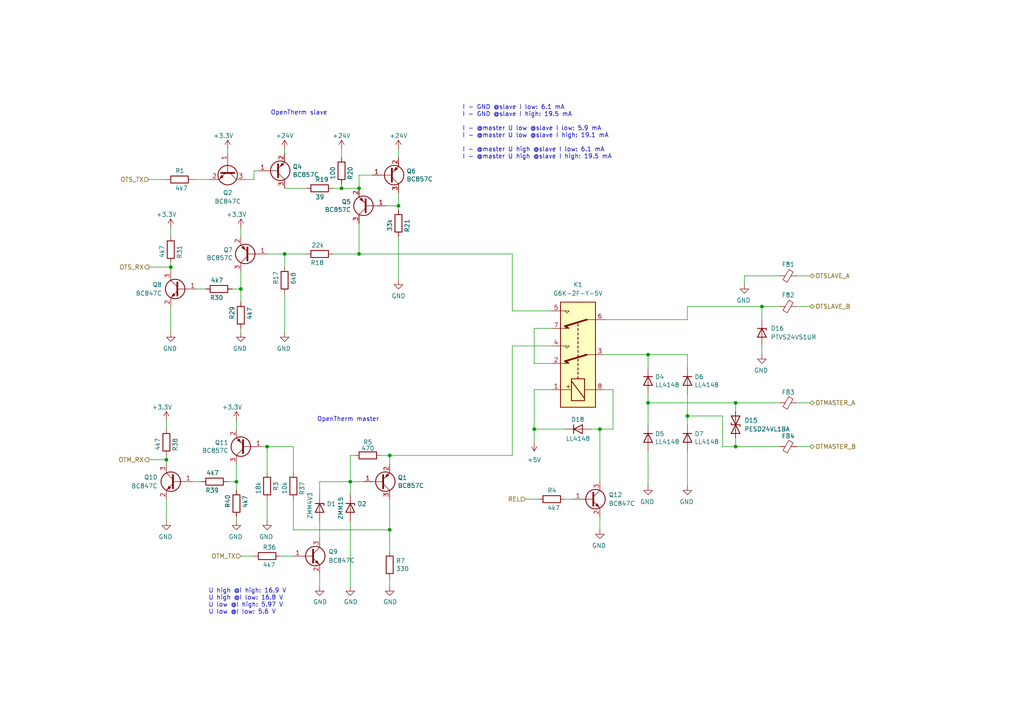
<source format=kicad_sch>
(kicad_sch (version 20250114) (generator "eeschema") (generator_version "9.0")
  (paper "A4")
  (title_block (title "OT Thing") (date "2025-01-08") (rev "2/25") (company "Seegel Systeme"))
  (lib_symbols
    (symbol "Device:D_TVS" (pin_numbers (hide yes)) (pin_names (offset 1.016) (hide yes))
      (property "Reference" "D" (at 0 2.54 0))
      (property "Value" "D_TVS" (at 0 -2.54 0))
      (symbol "D_TVS_0_1"
        (polyline (pts (xy -2.54 1.27) (xy -2.54 -1.27) (xy 2.54 1.27) (xy 2.54 -1.27) (xy -2.54 1.27)) (stroke (width 0.254)))
        (polyline (pts (xy 0.508 1.27) (xy 0 1.27) (xy 0 -1.27) (xy -0.508 -1.27)) (stroke (width 0.254)))
        (polyline (pts (xy 1.27 0) (xy -1.27 0)))
      )
      (symbol "D_TVS_1_1"
        (pin passive line (at -3.81 0 0) (length 2.54) (name "A1") (number "1"))
        (pin passive line (at 3.81 0 180) (length 2.54) (name "A2") (number "2"))
      )
    )
    (symbol "Device:D_Zener" (pin_numbers (hide yes)) (pin_names (offset 1.016) (hide yes))
      (property "Reference" "D" (at 0 2.54 0))
      (property "Value" "D_Zener" (at 0 -2.54 0))
      (symbol "D_Zener_0_1"
        (polyline (pts (xy -1.27 -1.27) (xy -1.27 1.27) (xy -0.762 1.27)) (stroke (width 0.254)))
        (polyline (pts (xy 1.27 0) (xy -1.27 0)))
        (polyline (pts (xy 1.27 -1.27) (xy 1.27 1.27) (xy -1.27 0) (xy 1.27 -1.27)) (stroke (width 0.254)))
      )
      (symbol "D_Zener_1_1"
        (pin passive line (at -3.81 0 0) (length 2.54) (name "K") (number "1"))
        (pin passive line (at 3.81 0 180) (length 2.54) (name "A") (number "2"))
      )
    )
    (symbol "Device:FerriteBead_Small" (pin_numbers (hide yes)) (pin_names (offset 0))
      (property "Reference" "FB" (at 1.905 1.27 0))
      (property "Value" "FerriteBead_Small" (at 1.905 -1.27 0))
      (symbol "FerriteBead_Small_0_1"
        (polyline (pts (xy -1.8288 0.2794) (xy -1.1176 1.4986) (xy 1.8288 -0.2032) (xy 1.1176 -1.4224) (xy -1.8288 0.2794)))
        (polyline (pts (xy 0 0.889) (xy 0 1.2954)))
        (polyline (pts (xy 0 -1.27) (xy 0 -0.7874)))
      )
      (symbol "FerriteBead_Small_1_1"
        (pin passive line (at 0 2.54 270) (length 1.27) (name "~") (number "1"))
        (pin passive line (at 0 -2.54 90) (length 1.27) (name "~") (number "2"))
      )
    )
    (symbol "Device:R" (pin_numbers (hide yes)) (pin_names (offset 0))
      (property "Reference" "R" (at 2.032 0 90))
      (property "Value" "R" (at 0 0 90))
      (symbol "R_0_1"
        (rectangle (start -1.016 -2.54) (end 1.016 2.54) (stroke (width 0.254)))
      )
      (symbol "R_1_1"
        (pin passive line (at 0 3.81 270) (length 1.27) (name "~") (number "1"))
        (pin passive line (at 0 -3.81 90) (length 1.27) (name "~") (number "2"))
      )
    )
    (symbol "Diode:LL4148" (pin_numbers (hide yes)) (pin_names (hide yes))
      (property "Reference" "D" (at 0 2.54 0))
      (property "Value" "LL4148" (at 0 -2.54 0))
      (symbol "LL4148_0_1"
        (polyline (pts (xy -1.27 1.27) (xy -1.27 -1.27)) (stroke (width 0.254)))
        (polyline (pts (xy 1.27 1.27) (xy 1.27 -1.27) (xy -1.27 0) (xy 1.27 1.27)) (stroke (width 0.254)))
        (polyline (pts (xy 1.27 0) (xy -1.27 0)))
      )
      (symbol "LL4148_1_1"
        (pin passive line (at -3.81 0 0) (length 2.54) (name "K") (number "1"))
        (pin passive line (at 3.81 0 180) (length 2.54) (name "A") (number "2"))
      )
    )
    (symbol "Diode:ZMMxx" (pin_numbers (hide yes)) (pin_names (hide yes))
      (property "Reference" "D" (at 0 2.54 0))
      (property "Value" "ZMMxx" (at 0 -2.54 0))
      (symbol "ZMMxx_0_1"
        (polyline (pts (xy -1.27 -1.27) (xy -1.27 1.27) (xy -0.762 1.27)) (stroke (width 0.254)))
        (polyline (pts (xy 1.27 0) (xy -1.27 0)))
        (polyline (pts (xy 1.27 -1.27) (xy 1.27 1.27) (xy -1.27 0) (xy 1.27 -1.27)) (stroke (width 0.254)))
      )
      (symbol "ZMMxx_1_1"
        (pin passive line (at -3.81 0 0) (length 2.54) (name "K") (number "1"))
        (pin passive line (at 3.81 0 180) (length 2.54) (name "A") (number "2"))
      )
    )
    (symbol "Relay:G6K-2"
      (property "Reference" "K" (at 16.51 3.81 0))
      (property "Value" "G6K-2" (at 16.51 1.27 0))
      (symbol "G6K-2_0_0"
        (text "+" (at -9.271 2.921 0) (effects (font (size 1.27 1.27))))
      )
      (symbol "G6K-2_0_1"
        (rectangle (start -15.24 5.08) (end 15.24 -5.08) (stroke (width 0.254)) (fill (type background)))
        (rectangle (start -13.335 1.905) (end -6.985 -1.905) (stroke (width 0.254)))
        (polyline (pts (xy -12.7 -1.905) (xy -7.62 1.905)) (stroke (width 0.254)))
        (polyline (pts (xy -10.16 5.08) (xy -10.16 1.905)))
        (polyline (pts (xy -10.16 -5.08) (xy -10.16 -1.905)))
        (polyline (pts (xy -6.985 0) (xy -6.35 0)) (stroke (width 0.254)))
        (polyline (pts (xy -5.715 0) (xy -5.08 0)) (stroke (width 0.254)))
        (polyline (pts (xy -4.445 0) (xy -3.81 0)) (stroke (width 0.254)))
        (polyline (pts (xy -3.175 0) (xy -2.54 0)) (stroke (width 0.254)))
        (polyline (pts (xy -2.54 5.08) (xy -2.54 2.54) (xy -1.905 3.175) (xy -2.54 3.81)) (fill (type outline)))
        (polyline (pts (xy -1.905 0) (xy -1.27 0)) (stroke (width 0.254)))
        (polyline (pts (xy -0.635 0) (xy 0 0)) (stroke (width 0.254)))
        (polyline (pts (xy 0 -2.54) (xy -1.905 3.81)) (stroke (width 0.508)))
        (polyline (pts (xy 0 -2.54) (xy 0 -5.08)))
        (polyline (pts (xy 0.635 0) (xy 1.27 0)) (stroke (width 0.254)))
        (polyline (pts (xy 1.905 0) (xy 2.54 0)) (stroke (width 0.254)))
        (polyline (pts (xy 2.54 5.08) (xy 2.54 2.54) (xy 1.905 3.175) (xy 2.54 3.81)))
        (polyline (pts (xy 3.175 0) (xy 3.81 0)) (stroke (width 0.254)))
        (polyline (pts (xy 4.445 0) (xy 5.08 0)) (stroke (width 0.254)))
        (polyline (pts (xy 5.715 0) (xy 6.35 0)) (stroke (width 0.254)))
        (polyline (pts (xy 6.985 0) (xy 7.62 0)) (stroke (width 0.254)))
        (polyline (pts (xy 7.62 5.08) (xy 7.62 2.54) (xy 8.255 3.175) (xy 7.62 3.81)) (fill (type outline)))
        (polyline (pts (xy 8.255 0) (xy 8.89 0)) (stroke (width 0.254)))
        (polyline (pts (xy 10.16 -2.54) (xy 8.255 3.81)) (stroke (width 0.508)))
        (polyline (pts (xy 10.16 -2.54) (xy 10.16 -5.08)))
        (polyline (pts (xy 12.7 5.08) (xy 12.7 2.54) (xy 12.065 3.175) (xy 12.7 3.81)))
      )
      (symbol "G6K-2_1_1"
        (pin passive line (at -10.16 7.62 270) (length 2.54) (name "~") (number "1"))
        (pin passive line (at -10.16 -7.62 90) (length 2.54) (name "~") (number "8"))
        (pin passive line (at -2.54 7.62 270) (length 2.54) (name "~") (number "2"))
        (pin passive line (at 0 -7.62 90) (length 2.54) (name "~") (number "3"))
        (pin passive line (at 2.54 7.62 270) (length 2.54) (name "~") (number "4"))
        (pin passive line (at 7.62 7.62 270) (length 2.54) (name "~") (number "7"))
        (pin passive line (at 10.16 -7.62 90) (length 2.54) (name "~") (number "6"))
        (pin passive line (at 12.7 7.62 270) (length 2.54) (name "~") (number "5"))
      )
    )
    (symbol "Transistor_BJT:BC847" (pin_names (offset 0) (hide yes))
      (property "Reference" "Q" (at 5.08 1.905 0))
      (property "Value" "BC847" (at 5.08 0 0))
      (symbol "BC847_0_1"
        (polyline (pts (xy -2.54 0) (xy 0.635 0)))
        (polyline (pts (xy 0.635 1.905) (xy 0.635 -1.905)) (stroke (width 0.508)))
        (circle (center 1.27 0) (radius 2.8194) (stroke (width 0.254)))
      )
      (symbol "BC847_1_1"
        (polyline (pts (xy 0.635 0.635) (xy 2.54 2.54)))
        (polyline (pts (xy 0.635 -0.635) (xy 2.54 -2.54)))
        (polyline (pts (xy 1.27 -1.778) (xy 1.778 -1.27) (xy 2.286 -2.286) (xy 1.27 -1.778)) (fill (type outline)))
        (pin input line (at -5.08 0 0) (length 2.54) (name "B") (number "1"))
        (pin passive line (at 2.54 5.08 270) (length 2.54) (name "C") (number "3"))
        (pin passive line (at 2.54 -5.08 90) (length 2.54) (name "E") (number "2"))
      )
    )
    (symbol "Transistor_BJT:BC858" (pin_names (offset 0) (hide yes))
      (property "Reference" "Q" (at 5.08 1.905 0))
      (property "Value" "BC858" (at 5.08 0 0))
      (symbol "BC858_0_1"
        (polyline (pts (xy -2.54 0) (xy 0.635 0)))
        (polyline (pts (xy 0.635 1.905) (xy 0.635 -1.905)) (stroke (width 0.508)))
        (polyline (pts (xy 0.635 0.635) (xy 2.54 2.54)))
        (polyline (pts (xy 0.635 -0.635) (xy 2.54 -2.54)))
        (circle (center 1.27 0) (radius 2.8194) (stroke (width 0.254)))
        (polyline (pts (xy 2.286 -1.778) (xy 1.778 -2.286) (xy 1.27 -1.27) (xy 2.286 -1.778)) (fill (type outline)))
      )
      (symbol "BC858_1_1"
        (pin input line (at -5.08 0 0) (length 2.54) (name "B") (number "1"))
        (pin passive line (at 2.54 5.08 270) (length 2.54) (name "C") (number "3"))
        (pin passive line (at 2.54 -5.08 90) (length 2.54) (name "E") (number "2"))
      )
    )
    (symbol "power:+24V" (power) (pin_numbers (hide yes)) (pin_names (offset 0) (hide yes))
      (property "Value" "+24V" (at 0 3.556 0))
      (symbol "+24V_0_1"
        (polyline (pts (xy -0.762 1.27) (xy 0 2.54)))
        (polyline (pts (xy 0 2.54) (xy 0.762 1.27)))
        (polyline (pts (xy 0 0) (xy 0 2.54)))
      )
      (symbol "+24V_1_1"
        (pin power_in line (at 0 0 90) (length 0) (name "~") (number "1"))
      )
    )
    (symbol "power:+3.3V" (power) (pin_numbers (hide yes)) (pin_names (offset 0) (hide yes))
      (property "Value" "+3.3V" (at 0 3.556 0))
      (symbol "+3.3V_0_1"
        (polyline (pts (xy -0.762 1.27) (xy 0 2.54)))
        (polyline (pts (xy 0 2.54) (xy 0.762 1.27)))
        (polyline (pts (xy 0 0) (xy 0 2.54)))
      )
      (symbol "+3.3V_1_1"
        (pin power_in line (at 0 0 90) (length 0) (name "~") (number "1"))
      )
    )
    (symbol "power:+5V" (power) (pin_numbers (hide yes)) (pin_names (offset 0) (hide yes))
      (property "Value" "+5V" (at 0 3.556 0))
      (symbol "+5V_0_1"
        (polyline (pts (xy -0.762 1.27) (xy 0 2.54)))
        (polyline (pts (xy 0 2.54) (xy 0.762 1.27)))
        (polyline (pts (xy 0 0) (xy 0 2.54)))
      )
      (symbol "+5V_1_1"
        (pin power_in line (at 0 0 90) (length 0) (name "~") (number "1"))
      )
    )
    (symbol "power:GND" (power) (pin_numbers (hide yes)) (pin_names (offset 0) (hide yes))
      (property "Value" "GND" (at 0 -3.81 0))
      (symbol "GND_0_1"
        (polyline (pts (xy 0 0) (xy 0 -1.27) (xy 1.27 -1.27) (xy 0 -2.54) (xy -1.27 -1.27) (xy 0 -1.27)))
      )
      (symbol "GND_1_1"
        (pin power_in line (at 0 0 270) (length 0) (name "~") (number "1"))
      )
    )
  )
  (text "U high @I high: 16.9 V\nU high @I low: 16.8 V\nU low @I high: 5.97 V\nU low @I low: 5.6 V" (at 60.452 174.498 0) (effects (font (size 1.27 1.27)) (justify left)))
  (text "I - GND @slave I low: 6.1 mA\nI - GND @slave I high: 19.5 mA\n\nI - @master U low @slave I low: 5.9 mA\nI - @master U low @slave I high: 19.1 mA\n\nI - @master U high @slave I low: 6.1 mA\nI - @master U high @slave I high: 19.5 mA" (at 134.112 38.354 0) (effects (font (size 1.27 1.27)) (justify left)))
  (text "OpenTherm slave" (at 78.486 33.528 0) (effects (font (size 1.27 1.27)) (justify left bottom)))
  (text "OpenTherm master" (at 91.948 122.428 0) (effects (font (size 1.27 1.27)) (justify left bottom)))
  (junction (at 187.96 102.87))
  (junction (at 173.99 124.46))
  (junction (at 49.53 77.47))
  (junction (at 113.03 153.67))
  (junction (at 187.96 116.84))
  (junction (at 68.58 139.7))
  (junction (at 82.55 73.66))
  (junction (at 115.57 59.69))
  (junction (at 99.06 54.61))
  (junction (at 101.6 139.7))
  (junction (at 213.36 116.84))
  (junction (at 104.14 73.66))
  (junction (at 48.26 133.35))
  (junction (at 113.03 132.08))
  (junction (at 77.47 129.54))
  (junction (at 154.94 124.46))
  (junction (at 213.36 129.54))
  (junction (at 220.98 88.9))
  (junction (at 199.39 120.65))
  (junction (at 69.85 83.82))
  (junction (at 104.14 54.61))
  (wire (pts (xy 69.85 95.25) (xy 69.85 96.52)))
  (wire (pts (xy 68.58 149.86) (xy 68.58 151.13)))
  (wire (pts (xy 187.96 116.84) (xy 187.96 123.19)))
  (wire (pts (xy 199.39 88.9) (xy 220.98 88.9)))
  (wire (pts (xy 115.57 59.69) (xy 111.76 59.69)))
  (wire (pts (xy 43.18 77.47) (xy 49.53 77.47)))
  (wire (pts (xy 69.85 66.04) (xy 69.85 68.58)))
  (wire (pts (xy 49.53 66.04) (xy 49.53 68.58)))
  (wire (pts (xy 57.15 83.82) (xy 59.69 83.82)))
  (wire (pts (xy 77.47 129.54) (xy 85.09 129.54)))
  (wire (pts (xy 213.36 129.54) (xy 209.55 129.54)))
  (wire (pts (xy 55.88 52.07) (xy 60.96 52.07)))
  (wire (pts (xy 101.6 139.7) (xy 105.41 139.7)))
  (wire (pts (xy 199.39 130.81) (xy 199.39 140.97)))
  (wire (pts (xy 104.14 54.61) (xy 104.14 50.8)))
  (wire (pts (xy 82.55 43.18) (xy 82.55 44.45)))
  (wire (pts (xy 82.55 73.66) (xy 82.55 77.47)))
  (wire (pts (xy 177.8 113.03) (xy 177.8 124.46)))
  (wire (pts (xy 113.03 167.64) (xy 113.03 170.18)))
  (wire (pts (xy 187.96 102.87) (xy 199.39 102.87)))
  (wire (pts (xy 82.55 85.09) (xy 82.55 96.52)))
  (wire (pts (xy 104.14 50.8) (xy 107.95 50.8)))
  (wire (pts (xy 69.85 83.82) (xy 69.85 87.63)))
  (wire (pts (xy 92.71 139.7) (xy 92.71 143.51)))
  (wire (pts (xy 160.02 95.25) (xy 154.94 95.25)))
  (wire (pts (xy 213.36 116.84) (xy 213.36 119.38)))
  (wire (pts (xy 115.57 59.69) (xy 115.57 60.96)))
  (wire (pts (xy 154.94 105.41) (xy 160.02 105.41)))
  (wire (pts (xy 115.57 68.58) (xy 115.57 81.28)))
  (wire (pts (xy 226.06 88.9) (xy 220.98 88.9)))
  (wire (pts (xy 113.03 132.08) (xy 148.59 132.08)))
  (wire (pts (xy 74.93 49.53) (xy 73.66 49.53)))
  (wire (pts (xy 43.18 133.35) (xy 48.26 133.35)))
  (wire (pts (xy 48.26 52.07) (xy 43.18 52.07)))
  (wire (pts (xy 73.66 52.07) (xy 71.12 52.07)))
  (wire (pts (xy 199.39 120.65) (xy 199.39 123.19)))
  (wire (pts (xy 231.14 129.54) (xy 234.95 129.54)))
  (wire (pts (xy 85.09 153.67) (xy 85.09 144.78)))
  (wire (pts (xy 92.71 151.13) (xy 92.71 156.21)))
  (wire (pts (xy 68.58 139.7) (xy 68.58 142.24)))
  (wire (pts (xy 81.28 161.29) (xy 85.09 161.29)))
  (wire (pts (xy 96.52 73.66) (xy 104.14 73.66)))
  (wire (pts (xy 48.26 121.92) (xy 48.26 124.46)))
  (wire (pts (xy 101.6 151.13) (xy 101.6 170.18)))
  (wire (pts (xy 148.59 100.33) (xy 148.59 132.08)))
  (wire (pts (xy 69.85 78.74) (xy 69.85 83.82)))
  (wire (pts (xy 99.06 43.18) (xy 99.06 45.72)))
  (wire (pts (xy 69.85 83.82) (xy 67.31 83.82)))
  (wire (pts (xy 199.39 92.71) (xy 175.26 92.71)))
  (wire (pts (xy 73.66 49.53) (xy 73.66 52.07)))
  (wire (pts (xy 68.58 121.92) (xy 68.58 124.46)))
  (wire (pts (xy 68.58 139.7) (xy 66.04 139.7)))
  (wire (pts (xy 49.53 76.2) (xy 49.53 77.47)))
  (wire (pts (xy 215.9 80.01) (xy 226.06 80.01)))
  (wire (pts (xy 215.9 80.01) (xy 215.9 82.55)))
  (wire (pts (xy 231.14 88.9) (xy 234.95 88.9)))
  (wire (pts (xy 77.47 129.54) (xy 77.47 137.16)))
  (wire (pts (xy 48.26 144.78) (xy 48.26 151.13)))
  (wire (pts (xy 160.02 100.33) (xy 148.59 100.33)))
  (wire (pts (xy 199.39 102.87) (xy 199.39 106.68)))
  (wire (pts (xy 175.26 102.87) (xy 187.96 102.87)))
  (wire (pts (xy 55.88 139.7) (xy 58.42 139.7)))
  (wire (pts (xy 104.14 54.61) (xy 99.06 54.61)))
  (wire (pts (xy 152.4 144.78) (xy 156.21 144.78)))
  (wire (pts (xy 148.59 90.17) (xy 148.59 73.66)))
  (wire (pts (xy 115.57 55.88) (xy 115.57 59.69)))
  (wire (pts (xy 154.94 113.03) (xy 154.94 124.46)))
  (wire (pts (xy 77.47 144.78) (xy 77.47 151.13)))
  (wire (pts (xy 88.9 73.66) (xy 82.55 73.66)))
  (wire (pts (xy 104.14 64.77) (xy 104.14 73.66)))
  (wire (pts (xy 154.94 95.25) (xy 154.94 105.41)))
  (wire (pts (xy 213.36 127) (xy 213.36 129.54)))
  (wire (pts (xy 199.39 120.65) (xy 209.55 120.65)))
  (wire (pts (xy 187.96 116.84) (xy 213.36 116.84)))
  (wire (pts (xy 85.09 129.54) (xy 85.09 137.16)))
  (wire (pts (xy 231.14 80.01) (xy 234.95 80.01)))
  (wire (pts (xy 175.26 113.03) (xy 177.8 113.03)))
  (wire (pts (xy 76.2 129.54) (xy 77.47 129.54)))
  (wire (pts (xy 110.49 132.08) (xy 113.03 132.08)))
  (wire (pts (xy 154.94 124.46) (xy 163.83 124.46)))
  (wire (pts (xy 92.71 166.37) (xy 92.71 170.18)))
  (wire (pts (xy 113.03 132.08) (xy 113.03 134.62)))
  (wire (pts (xy 68.58 134.62) (xy 68.58 139.7)))
  (wire (pts (xy 82.55 54.61) (xy 88.9 54.61)))
  (wire (pts (xy 187.96 106.68) (xy 187.96 102.87)))
  (wire (pts (xy 154.94 124.46) (xy 154.94 128.27)))
  (wire (pts (xy 66.04 43.18) (xy 66.04 44.45)))
  (wire (pts (xy 48.26 133.35) (xy 48.26 134.62)))
  (wire (pts (xy 173.99 149.86) (xy 173.99 153.67)))
  (wire (pts (xy 77.47 73.66) (xy 82.55 73.66)))
  (wire (pts (xy 199.39 88.9) (xy 199.39 92.71)))
  (wire (pts (xy 177.8 124.46) (xy 173.99 124.46)))
  (wire (pts (xy 85.09 153.67) (xy 113.03 153.67)))
  (wire (pts (xy 113.03 144.78) (xy 113.03 153.67)))
  (wire (pts (xy 154.94 113.03) (xy 160.02 113.03)))
  (wire (pts (xy 163.83 144.78) (xy 166.37 144.78)))
  (wire (pts (xy 187.96 114.3) (xy 187.96 116.84)))
  (wire (pts (xy 49.53 77.47) (xy 49.53 78.74)))
  (wire (pts (xy 101.6 139.7) (xy 101.6 143.51)))
  (wire (pts (xy 220.98 100.33) (xy 220.98 102.87)))
  (wire (pts (xy 99.06 54.61) (xy 96.52 54.61)))
  (wire (pts (xy 102.87 132.08) (xy 101.6 132.08)))
  (wire (pts (xy 173.99 124.46) (xy 173.99 139.7)))
  (wire (pts (xy 115.57 43.18) (xy 115.57 45.72)))
  (wire (pts (xy 226.06 129.54) (xy 213.36 129.54)))
  (wire (pts (xy 160.02 90.17) (xy 148.59 90.17)))
  (wire (pts (xy 48.26 132.08) (xy 48.26 133.35)))
  (wire (pts (xy 101.6 132.08) (xy 101.6 139.7)))
  (wire (pts (xy 104.14 73.66) (xy 148.59 73.66)))
  (wire (pts (xy 187.96 130.81) (xy 187.96 140.97)))
  (wire (pts (xy 220.98 88.9) (xy 220.98 92.71)))
  (wire (pts (xy 173.99 124.46) (xy 171.45 124.46)))
  (wire (pts (xy 231.14 116.84) (xy 234.95 116.84)))
  (wire (pts (xy 49.53 88.9) (xy 49.53 96.52)))
  (wire (pts (xy 209.55 120.65) (xy 209.55 129.54)))
  (wire (pts (xy 99.06 54.61) (xy 99.06 53.34)))
  (wire (pts (xy 101.6 139.7) (xy 92.71 139.7)))
  (wire (pts (xy 213.36 116.84) (xy 226.06 116.84)))
  (wire (pts (xy 113.03 153.67) (xy 113.03 160.02)))
  (wire (pts (xy 69.85 161.29) (xy 73.66 161.29)))
  (wire (pts (xy 199.39 114.3) (xy 199.39 120.65)))
  (hierarchical_label "OTS_TX" (shape input) (at 43.18 52.07 180))
  (hierarchical_label "OTM_RX" (shape output) (at 43.18 133.35 180))
  (hierarchical_label "OTM_TX" (shape input) (at 69.85 161.29 180))
  (hierarchical_label "OTSLAVE_B" (shape bidirectional) (at 234.95 88.9 0))
  (hierarchical_label "OTMASTER_B" (shape bidirectional) (at 234.95 129.54 0))
  (hierarchical_label "REL" (shape input) (at 152.4 144.78 180))
  (hierarchical_label "OTMASTER_A" (shape bidirectional) (at 234.95 116.84 0))
  (hierarchical_label "OTS_RX" (shape output) (at 43.18 77.47 180))
  (hierarchical_label "OTSLAVE_A" (shape bidirectional) (at 234.95 80.01 0))
  (symbol (lib_id "power:GND") (at 215.9 82.55 0) (mirror y) (unit 1)
    (property "Reference" "#PWR05" (effects (hide yes)))
    (property "Value" "GND" (at 215.646 87.122 0))
    (property "Description" "Power symbol creates a global label with name \"GND\" , ground" (effects (hide yes)))
  )
  (symbol (lib_id "power:GND") (at 77.47 151.13 0) (mirror y) (unit 1)
    (property "Reference" "#PWR04" (effects (hide yes)))
    (property "Value" "GND" (at 77.216 155.702 0))
    (property "Description" "Power symbol creates a global label with name \"GND\" , ground" (effects (hide yes)))
  )
  (symbol (lib_id "power:GND") (at 101.6 170.18 0) (unit 1)
    (property "Reference" "#PWR053" (effects (hide yes)))
    (property "Value" "GND" (at 101.727 174.5742 0))
    (property "Description" "Power symbol creates a global label with name \"GND\" , ground" (effects (hide yes)))
  )
  (symbol (lib_id "Device:D_TVS") (at 213.36 123.19 90) (unit 1)
    (property "Reference" "D15" (at 215.9 121.9199 90) (effects (justify right)))
    (property "Value" "PESD24VL1BA" (at 215.9 124.4599 90) (effects (justify right)))
    (property "Footprint" "Diode_SMD:D_SOD-323" (effects (hide yes)))
    (property "Description" "Bidirectional transient-voltage-suppression diode" (effects (hide yes)))
    (property "LCSC" "C2687132" (effects (hide yes)))
  )
  (symbol (lib_id "Device:R") (at 62.23 139.7 90) (mirror x) (unit 1)
    (property "Reference" "R39" (at 63.5 142.24 90) (effects (justify left)))
    (property "Value" "4k7" (at 63.5 137.16 90) (effects (justify left)))
    (property "Footprint" "Resistor_SMD:R_0805_2012Metric" (effects (hide yes)))
    (property "LCSC" "C17673" (effects (hide yes)))
  )
  (symbol (lib_id "Device:FerriteBead_Small") (at 228.6 129.54 90) (unit 1)
    (property "Reference" "FB4" (at 228.6 126.492 90))
    (property "Value" "~" (at 228.5619 125.73 90))
    (property "Footprint" "Inductor_SMD:L_0603_1608Metric" (effects (hide yes)))
    (property "Description" "Ferrite bead, small symbol" (effects (hide yes)))
    (property "LCSC" "C1002" (effects (hide yes)))
  )
  (symbol (lib_id "Diode:LL4148") (at 167.64 124.46 0) (unit 1)
    (property "Reference" "D18" (at 165.608 121.666 0) (effects (justify left)))
    (property "Value" "LL4148" (at 164.084 127.254 0) (effects (justify left)))
    (property "Footprint" "Diode_SMD:D_MiniMELF" (effects (hide yes)))
    (property "Datasheet" "http://www.vishay.com/docs/85557/ll4148.pdf" (effects (hide yes)))
    (property "Description" "100V 0.15A standard switching diode, MiniMELF" (effects (hide yes)))
    (property "LCSC" "C435829" (effects (hide yes)))
    (property "Sim.Device" "D" (effects (hide yes)))
    (property "Sim.Pins" "1=K 2=A" (effects (hide yes)))
  )
  (symbol (lib_id "Device:R") (at 69.85 91.44 0) (mirror y) (unit 1)
    (property "Reference" "R29" (at 67.31 92.71 90) (effects (justify left)))
    (property "Value" "4k7" (at 72.39 92.71 90) (effects (justify left)))
    (property "Footprint" "Resistor_SMD:R_0805_2012Metric" (effects (hide yes)))
    (property "LCSC" "C17673" (effects (hide yes)))
  )
  (symbol (lib_id "Device:R") (at 106.68 132.08 270) (unit 1)
    (property "Reference" "R5" (at 106.68 128.27 90))
    (property "Value" "470" (at 106.68 130.048 90))
    (property "Footprint" "Resistor_SMD:R_0805_2012Metric" (effects (hide yes)))
    (property "LCSC" "C17710" (effects (hide yes)))
  )
  (symbol (lib_id "Device:R") (at 63.5 83.82 90) (mirror x) (unit 1)
    (property "Reference" "R30" (at 64.77 86.36 90) (effects (justify left)))
    (property "Value" "4k7" (at 64.77 81.28 90) (effects (justify left)))
    (property "Footprint" "Resistor_SMD:R_0805_2012Metric" (effects (hide yes)))
    (property "LCSC" "C17673" (effects (hide yes)))
  )
  (symbol (lib_id "Device:R") (at 48.26 128.27 0) (mirror x) (unit 1)
    (property "Reference" "R38" (at 50.8 127 90) (effects (justify left)))
    (property "Value" "4k7" (at 45.72 127 90) (effects (justify left)))
    (property "Footprint" "Resistor_SMD:R_0805_2012Metric" (effects (hide yes)))
    (property "LCSC" "C17673" (effects (hide yes)))
  )
  (symbol (lib_id "Device:D_Zener") (at 220.98 96.52 270) (unit 1)
    (property "Reference" "D16" (at 223.52 95.2499 90) (effects (justify left)))
    (property "Value" "PTVS24VS1UR" (at 223.52 97.7899 90) (effects (justify left)))
    (property "Footprint" "Diode_SMD:D_SOD-123" (effects (hide yes)))
    (property "Description" "Zener diode" (effects (hide yes)))
    (property "LCSC" "C5380693" (effects (hide yes)))
  )
  (symbol (lib_id "power:+3.3V") (at 49.53 66.04 0) (unit 1)
    (property "Reference" "#PWR048" (effects (hide yes)))
    (property "Value" "+3.3V" (at 48.26 62.23 0))
    (property "Description" "Power symbol creates a global label with name \"+3.3V\"" (effects (hide yes)))
  )
  (symbol (lib_id "Diode:LL4148") (at 187.96 110.49 270) (unit 1)
    (property "Reference" "D4" (at 189.992 109.3216 90) (effects (justify left)))
    (property "Value" "LL4148" (at 189.992 111.633 90) (effects (justify left)))
    (property "Footprint" "Diode_SMD:D_MiniMELF" (effects (hide yes)))
    (property "Datasheet" "http://www.vishay.com/docs/85557/ll4148.pdf" (effects (hide yes)))
    (property "Description" "100V 0.15A standard switching diode, MiniMELF" (effects (hide yes)))
    (property "LCSC" "C435829" (effects (hide yes)))
    (property "Sim.Device" "D" (effects (hide yes)))
    (property "Sim.Pins" "1=K 2=A" (effects (hide yes)))
  )
  (symbol (lib_id "Device:R") (at 82.55 81.28 0) (mirror y) (unit 1)
    (property "Reference" "R17" (at 80.01 82.55 90) (effects (justify left)))
    (property "Value" "6k8" (at 85.09 82.55 90) (effects (justify left)))
    (property "Footprint" "Resistor_SMD:R_0805_2012Metric" (effects (hide yes)))
    (property "LCSC" "C17772" (effects (hide yes)))
  )
  (symbol (lib_id "Relay:G6K-2") (at 167.64 102.87 90) (unit 1)
    (property "Reference" "K1" (at 167.64 82.55 90))
    (property "Value" "G6K-2F-Y-5V" (at 167.64 85.09 90))
    (property "Footprint" "Relay_SMD:Relay_DPDT_Omron_G6K-2F-Y" (effects (hide yes)))
    (property "Datasheet" "http://omronfs.omron.com/en_US/ecb/products/pdf/en-g6k.pdf" (effects (hide yes)))
    (property "Description" "Miniature 2-pole relay, Single-side Stable" (effects (hide yes)))
    (property "LCSC" "C2982926" (effects (hide yes)))
  )
  (symbol (lib_id "Diode:LL4148") (at 199.39 127 270) (unit 1)
    (property "Reference" "D7" (at 201.422 125.8316 90) (effects (justify left)))
    (property "Value" "LL4148" (at 201.422 128.143 90) (effects (justify left)))
    (property "Footprint" "Diode_SMD:D_MiniMELF" (effects (hide yes)))
    (property "Datasheet" "http://www.vishay.com/docs/85557/ll4148.pdf" (effects (hide yes)))
    (property "Description" "100V 0.15A standard switching diode, MiniMELF" (effects (hide yes)))
    (property "LCSC" "C435829" (effects (hide yes)))
    (property "Sim.Device" "D" (effects (hide yes)))
    (property "Sim.Pins" "1=K 2=A" (effects (hide yes)))
  )
  (symbol (lib_id "Transistor_BJT:BC847") (at 66.04 49.53 270) (unit 1)
    (property "Reference" "Q2" (at 66.04 55.88 90))
    (property "Value" "BC847C" (at 66.04 58.42 90))
    (property "Footprint" "Package_TO_SOT_SMD:SOT-23" (effects (hide yes)))
    (property "Datasheet" "http://www.infineon.com/dgdl/Infineon-BC847SERIES_BC848SERIES_BC849SERIES_BC850SERIES-DS-v01_01-en.pdf?fileId=db3a304314dca389011541d4630a1657" (effects (hide yes)))
    (property "Description" "0.1A Ic, 45V Vce, NPN Transistor, SOT-23" (effects (hide yes)))
    (property "LCSC" "C7420337" (effects (hide yes)))
    (property "Sim.Device" "NPN" (effects (hide yes)))
    (property "Sim.Pins" "1=B 2=E 3=C" (effects (hide yes)))
  )
  (symbol (lib_id "Device:R") (at 85.09 140.97 0) (mirror x) (unit 1)
    (property "Reference" "R37" (at 87.63 139.7 90) (effects (justify left)))
    (property "Value" "10k" (at 82.55 139.7 90) (effects (justify left)))
    (property "Footprint" "Resistor_SMD:R_0805_2012Metric" (effects (hide yes)))
    (property "LCSC" "C17414" (effects (hide yes)))
  )
  (symbol (lib_id "Device:R") (at 160.02 144.78 270) (mirror x) (unit 1)
    (property "Reference" "R4" (at 158.75 142.24 90) (effects (justify left)))
    (property "Value" "4k7" (at 158.75 147.32 90) (effects (justify left)))
    (property "Footprint" "Resistor_SMD:R_0805_2012Metric" (effects (hide yes)))
    (property "LCSC" "C17673" (effects (hide yes)))
  )
  (symbol (lib_id "power:GND") (at 69.85 96.52 0) (mirror y) (unit 1)
    (property "Reference" "#PWR049" (effects (hide yes)))
    (property "Value" "GND" (at 69.596 101.092 0))
    (property "Description" "Power symbol creates a global label with name \"GND\" , ground" (effects (hide yes)))
  )
  (symbol (lib_id "Transistor_BJT:BC858") (at 80.01 49.53 0) (mirror x) (unit 1)
    (property "Reference" "Q4" (at 84.8614 48.3616 0) (effects (justify left)))
    (property "Value" "BC857C" (at 84.8614 50.673 0) (effects (justify left)))
    (property "Footprint" "Package_TO_SOT_SMD:SOT-23" (effects (hide yes)))
    (property "Datasheet" "https://www.onsemi.com/pub/Collateral/BC860-D.pdf" (effects (hide yes)))
    (property "Description" "0.1A Ic, 30V Vce, PNP Transistor, SOT-23" (effects (hide yes)))
    (property "LCSC" "C5204725" (effects (hide yes)))
    (property "Sim.Device" "PNP" (effects (hide yes)))
    (property "Sim.Pins" "1=B 2=E 3=C" (effects (hide yes)))
  )
  (symbol (lib_id "power:+3.3V") (at 69.85 66.04 0) (unit 1)
    (property "Reference" "#PWR047" (effects (hide yes)))
    (property "Value" "+3.3V" (at 68.58 62.23 0))
    (property "Description" "Power symbol creates a global label with name \"+3.3V\"" (effects (hide yes)))
  )
  (symbol (lib_id "power:GND") (at 115.57 81.28 0) (mirror y) (unit 1)
    (property "Reference" "#PWR032" (effects (hide yes)))
    (property "Value" "GND" (at 115.57 85.852 0))
    (property "Description" "Power symbol creates a global label with name \"GND\" , ground" (effects (hide yes)))
  )
  (symbol (lib_id "Device:R") (at 68.58 146.05 0) (mirror y) (unit 1)
    (property "Reference" "R40" (at 66.04 147.32 90) (effects (justify left)))
    (property "Value" "4k7" (at 71.12 147.32 90) (effects (justify left)))
    (property "Footprint" "Resistor_SMD:R_0805_2012Metric" (effects (hide yes)))
    (property "LCSC" "C17673" (effects (hide yes)))
  )
  (symbol (lib_id "Transistor_BJT:BC847") (at 90.17 161.29 0) (unit 1)
    (property "Reference" "Q9" (at 95.25 160.0199 0) (effects (justify left)))
    (property "Value" "BC847C" (at 95.25 162.5599 0) (effects (justify left)))
    (property "Footprint" "Package_TO_SOT_SMD:SOT-23" (effects (hide yes)))
    (property "Datasheet" "http://www.infineon.com/dgdl/Infineon-BC847SERIES_BC848SERIES_BC849SERIES_BC850SERIES-DS-v01_01-en.pdf?fileId=db3a304314dca389011541d4630a1657" (effects (hide yes)))
    (property "Description" "0.1A Ic, 45V Vce, NPN Transistor, SOT-23" (effects (hide yes)))
    (property "LCSC" "C7420337" (effects (hide yes)))
    (property "Sim.Device" "NPN" (effects (hide yes)))
    (property "Sim.Pins" "1=B 2=E 3=C" (effects (hide yes)))
  )
  (symbol (lib_id "power:+3.3V") (at 68.58 121.92 0) (unit 1)
    (property "Reference" "#PWR057" (effects (hide yes)))
    (property "Value" "+3.3V" (at 67.31 118.11 0))
    (property "Description" "Power symbol creates a global label with name \"+3.3V\"" (effects (hide yes)))
  )
  (symbol (lib_id "Transistor_BJT:BC847") (at 50.8 139.7 0) (mirror y) (unit 1)
    (property "Reference" "Q10" (at 45.72 138.4299 0) (effects (justify left)))
    (property "Value" "BC847C" (at 45.72 140.9699 0) (effects (justify left)))
    (property "Footprint" "Package_TO_SOT_SMD:SOT-23" (effects (hide yes)))
    (property "Datasheet" "http://www.infineon.com/dgdl/Infineon-BC847SERIES_BC848SERIES_BC849SERIES_BC850SERIES-DS-v01_01-en.pdf?fileId=db3a304314dca389011541d4630a1657" (effects (hide yes)))
    (property "Description" "0.1A Ic, 45V Vce, NPN Transistor, SOT-23" (effects (hide yes)))
    (property "LCSC" "C7420337" (effects (hide yes)))
    (property "Sim.Device" "NPN" (effects (hide yes)))
    (property "Sim.Pins" "1=B 2=E 3=C" (effects (hide yes)))
  )
  (symbol (lib_id "Device:R") (at 92.71 54.61 270) (mirror x) (unit 1)
    (property "Reference" "R19" (at 91.44 52.07 90) (effects (justify left)))
    (property "Value" "39" (at 91.44 57.15 90) (effects (justify left)))
    (property "Footprint" "Resistor_SMD:R_0805_2012Metric" (effects (hide yes)))
    (property "LCSC" "C137534" (effects (hide yes)))
  )
  (symbol (lib_id "Device:R") (at 92.71 73.66 90) (mirror x) (unit 1)
    (property "Reference" "R18" (at 93.98 76.2 90) (effects (justify left)))
    (property "Value" "22k" (at 93.98 71.12 90) (effects (justify left)))
    (property "Footprint" "Resistor_SMD:R_0805_2012Metric" (effects (hide yes)))
    (property "LCSC" "C17560" (effects (hide yes)))
  )
  (symbol (lib_id "power:GND") (at 49.53 96.52 0) (mirror y) (unit 1)
    (property "Reference" "#PWR050" (effects (hide yes)))
    (property "Value" "GND" (at 49.276 101.092 0))
    (property "Description" "Power symbol creates a global label with name \"GND\" , ground" (effects (hide yes)))
  )
  (symbol (lib_id "Diode:LL4148") (at 187.96 127 270) (unit 1)
    (property "Reference" "D5" (at 189.992 125.8316 90) (effects (justify left)))
    (property "Value" "LL4148" (at 189.992 128.143 90) (effects (justify left)))
    (property "Footprint" "Diode_SMD:D_MiniMELF" (effects (hide yes)))
    (property "Datasheet" "http://www.vishay.com/docs/85557/ll4148.pdf" (effects (hide yes)))
    (property "Description" "100V 0.15A standard switching diode, MiniMELF" (effects (hide yes)))
    (property "LCSC" "C435829" (effects (hide yes)))
    (property "Sim.Device" "D" (effects (hide yes)))
    (property "Sim.Pins" "1=K 2=A" (effects (hide yes)))
  )
  (symbol (lib_id "Transistor_BJT:BC847") (at 171.45 144.78 0) (unit 1)
    (property "Reference" "Q12" (at 176.53 143.5099 0) (effects (justify left)))
    (property "Value" "BC847C" (at 176.53 146.0499 0) (effects (justify left)))
    (property "Footprint" "Package_TO_SOT_SMD:SOT-23" (effects (hide yes)))
    (property "Datasheet" "http://www.infineon.com/dgdl/Infineon-BC847SERIES_BC848SERIES_BC849SERIES_BC850SERIES-DS-v01_01-en.pdf?fileId=db3a304314dca389011541d4630a1657" (effects (hide yes)))
    (property "Description" "0.1A Ic, 45V Vce, NPN Transistor, SOT-23" (effects (hide yes)))
    (property "LCSC" "C7420337" (effects (hide yes)))
    (property "Sim.Device" "NPN" (effects (hide yes)))
    (property "Sim.Pins" "1=B 2=E 3=C" (effects (hide yes)))
  )
  (symbol (lib_id "Transistor_BJT:BC858") (at 72.39 73.66 180) (unit 1)
    (property "Reference" "Q7" (at 67.5386 72.4916 0) (effects (justify left)))
    (property "Value" "BC857C" (at 67.5386 74.803 0) (effects (justify left)))
    (property "Footprint" "Package_TO_SOT_SMD:SOT-23" (effects (hide yes)))
    (property "Datasheet" "https://www.onsemi.com/pub/Collateral/BC860-D.pdf" (effects (hide yes)))
    (property "Description" "0.1A Ic, 30V Vce, PNP Transistor, SOT-23" (effects (hide yes)))
    (property "LCSC" "C5204725" (effects (hide yes)))
    (property "Sim.Device" "PNP" (effects (hide yes)))
    (property "Sim.Pins" "1=B 2=E 3=C" (effects (hide yes)))
  )
  (symbol (lib_id "Device:R") (at 115.57 64.77 0) (mirror x) (unit 1)
    (property "Reference" "R21" (at 118.11 63.5 90) (effects (justify left)))
    (property "Value" "33k" (at 113.03 63.5 90) (effects (justify left)))
    (property "Footprint" "Resistor_SMD:R_0805_2012Metric" (effects (hide yes)))
    (property "LCSC" "C17633" (effects (hide yes)))
  )
  (symbol (lib_id "power:GND") (at 48.26 151.13 0) (mirror y) (unit 1)
    (property "Reference" "#PWR056" (effects (hide yes)))
    (property "Value" "GND" (at 48.006 155.702 0))
    (property "Description" "Power symbol creates a global label with name \"GND\" , ground" (effects (hide yes)))
  )
  (symbol (lib_id "power:+3.3V") (at 66.04 43.18 0) (unit 1)
    (property "Reference" "#PWR02" (effects (hide yes)))
    (property "Value" "+3.3V" (at 64.77 39.37 0))
    (property "Description" "Power symbol creates a global label with name \"+3.3V\"" (effects (hide yes)))
  )
  (symbol (lib_id "power:GND") (at 92.71 170.18 0) (unit 1)
    (property "Reference" "#PWR026" (effects (hide yes)))
    (property "Value" "GND" (at 92.837 174.5742 0))
    (property "Description" "Power symbol creates a global label with name \"GND\" , ground" (effects (hide yes)))
  )
  (symbol (lib_id "Diode:ZMMxx") (at 92.71 147.32 270) (unit 1)
    (property "Reference" "D1" (at 94.742 146.1516 90) (effects (justify left)))
    (property "Value" "ZMM4V3" (at 89.916 142.748 0) (effects (justify left)))
    (property "Footprint" "Diode_SMD:D_MiniMELF" (effects (hide yes)))
    (property "Datasheet" "https://diotec.com/tl_files/diotec/files/pdf/datasheets/zmm1.pdf" (effects (hide yes)))
    (property "LCSC" "C5345990" (effects (hide yes)))
  )
  (symbol (lib_id "power:+3.3V") (at 48.26 121.92 0) (unit 1)
    (property "Reference" "#PWR055" (effects (hide yes)))
    (property "Value" "+3.3V" (at 46.99 118.11 0))
    (property "Description" "Power symbol creates a global label with name \"+3.3V\"" (effects (hide yes)))
  )
  (symbol (lib_id "power:GND") (at 82.55 96.52 0) (mirror y) (unit 1)
    (property "Reference" "#PWR029" (effects (hide yes)))
    (property "Value" "GND" (at 82.296 101.092 0))
    (property "Description" "Power symbol creates a global label with name \"GND\" , ground" (effects (hide yes)))
  )
  (symbol (lib_id "Device:R") (at 77.47 161.29 270) (mirror x) (unit 1)
    (property "Reference" "R36" (at 76.2 158.75 90) (effects (justify left)))
    (property "Value" "4k7" (at 76.2 163.83 90) (effects (justify left)))
    (property "Footprint" "Resistor_SMD:R_0805_2012Metric" (effects (hide yes)))
    (property "LCSC" "C17673" (effects (hide yes)))
  )
  (symbol (lib_id "Diode:ZMMxx") (at 101.6 147.32 270) (unit 1)
    (property "Reference" "D2" (at 103.632 146.1516 90) (effects (justify left)))
    (property "Value" "ZMM15" (at 98.806 144.018 0) (effects (justify left)))
    (property "Footprint" "Diode_SMD:D_MiniMELF" (effects (hide yes)))
    (property "Datasheet" "https://diotec.com/tl_files/diotec/files/pdf/datasheets/zmm1.pdf" (effects (hide yes)))
    (property "LCSC" "C5346000" (effects (hide yes)))
  )
  (symbol (lib_id "power:+5V") (at 154.94 128.27 180) (unit 1)
    (property "Reference" "#PWR061" (effects (hide yes)))
    (property "Value" "+5V" (at 154.94 133.35 0))
    (property "Description" "Power symbol creates a global label with name \"+5V\"" (effects (hide yes)))
  )
  (symbol (lib_id "Device:FerriteBead_Small") (at 228.6 80.01 90) (unit 1)
    (property "Reference" "FB1" (at 228.6 76.708 90))
    (property "Value" "~" (at 228.5619 76.2 90))
    (property "Footprint" "Inductor_SMD:L_0603_1608Metric" (effects (hide yes)))
    (property "Description" "Ferrite bead, small symbol" (effects (hide yes)))
    (property "LCSC" "C1002" (effects (hide yes)))
  )
  (symbol (lib_id "power:+24V") (at 115.57 43.18 0) (mirror y) (unit 1)
    (property "Reference" "#PWR031" (effects (hide yes)))
    (property "Value" "+24V" (at 115.57 39.37 0))
    (property "Description" "Power symbol creates a global label with name \"+24V\"" (effects (hide yes)))
  )
  (symbol (lib_id "Device:R") (at 52.07 52.07 270) (mirror x) (unit 1)
    (property "Reference" "R1" (at 50.8 49.53 90) (effects (justify left)))
    (property "Value" "4k7" (at 50.8 54.61 90) (effects (justify left)))
    (property "Footprint" "Resistor_SMD:R_0805_2012Metric" (effects (hide yes)))
    (property "LCSC" "C17673" (effects (hide yes)))
  )
  (symbol (lib_id "Transistor_BJT:BC858") (at 110.49 139.7 0) (mirror x) (unit 1)
    (property "Reference" "Q1" (at 115.3414 138.5316 0) (effects (justify left)))
    (property "Value" "BC857C" (at 115.3414 140.843 0) (effects (justify left)))
    (property "Footprint" "Package_TO_SOT_SMD:SOT-23" (effects (hide yes)))
    (property "Datasheet" "https://www.onsemi.com/pub/Collateral/BC860-D.pdf" (effects (hide yes)))
    (property "Description" "0.1A Ic, 30V Vce, PNP Transistor, SOT-23" (effects (hide yes)))
    (property "LCSC" "C5204725" (effects (hide yes)))
    (property "Sim.Device" "PNP" (effects (hide yes)))
    (property "Sim.Pins" "1=B 2=E 3=C" (effects (hide yes)))
  )
  (symbol (lib_id "power:GND") (at 173.99 153.67 0) (mirror y) (unit 1)
    (property "Reference" "#PWR062" (effects (hide yes)))
    (property "Value" "GND" (at 173.736 158.242 0))
    (property "Description" "Power symbol creates a global label with name \"GND\" , ground" (effects (hide yes)))
  )
  (symbol (lib_id "Device:R") (at 77.47 140.97 0) (mirror x) (unit 1)
    (property "Reference" "R3" (at 80.01 139.7 90) (effects (justify left)))
    (property "Value" "18k" (at 74.93 139.7 90) (effects (justify left)))
    (property "Footprint" "Resistor_SMD:R_0805_2012Metric" (effects (hide yes)))
    (property "LCSC" "C17506" (effects (hide yes)))
  )
  (symbol (lib_id "Transistor_BJT:BC847") (at 52.07 83.82 0) (mirror y) (unit 1)
    (property "Reference" "Q8" (at 46.99 82.5499 0) (effects (justify left)))
    (property "Value" "BC847C" (at 46.99 85.0899 0) (effects (justify left)))
    (property "Footprint" "Package_TO_SOT_SMD:SOT-23" (effects (hide yes)))
    (property "Datasheet" "http://www.infineon.com/dgdl/Infineon-BC847SERIES_BC848SERIES_BC849SERIES_BC850SERIES-DS-v01_01-en.pdf?fileId=db3a304314dca389011541d4630a1657" (effects (hide yes)))
    (property "Description" "0.1A Ic, 45V Vce, NPN Transistor, SOT-23" (effects (hide yes)))
    (property "LCSC" "C7420337" (effects (hide yes)))
    (property "Sim.Device" "NPN" (effects (hide yes)))
    (property "Sim.Pins" "1=B 2=E 3=C" (effects (hide yes)))
  )
  (symbol (lib_id "Device:R") (at 49.53 72.39 0) (mirror x) (unit 1)
    (property "Reference" "R31" (at 52.07 71.12 90) (effects (justify left)))
    (property "Value" "4k7" (at 46.99 71.12 90) (effects (justify left)))
    (property "Footprint" "Resistor_SMD:R_0805_2012Metric" (effects (hide yes)))
    (property "LCSC" "C17673" (effects (hide yes)))
  )
  (symbol (lib_id "power:GND") (at 187.96 140.97 0) (mirror y) (unit 1)
    (property "Reference" "#PWR051" (effects (hide yes)))
    (property "Value" "GND" (at 187.706 145.542 0))
    (property "Description" "Power symbol creates a global label with name \"GND\" , ground" (effects (hide yes)))
  )
  (symbol (lib_id "power:+24V") (at 82.55 43.18 0) (mirror y) (unit 1)
    (property "Reference" "#PWR028" (effects (hide yes)))
    (property "Value" "+24V" (at 82.55 39.37 0))
    (property "Description" "Power symbol creates a global label with name \"+24V\"" (effects (hide yes)))
  )
  (symbol (lib_id "Device:FerriteBead_Small") (at 228.6 88.9 90) (unit 1)
    (property "Reference" "FB2" (at 228.6 85.598 90))
    (property "Value" "~" (at 228.5619 85.09 90))
    (property "Footprint" "Inductor_SMD:L_0603_1608Metric" (effects (hide yes)))
    (property "Description" "Ferrite bead, small symbol" (effects (hide yes)))
    (property "LCSC" "C1002" (effects (hide yes)))
  )
  (symbol (lib_id "Diode:LL4148") (at 199.39 110.49 270) (unit 1)
    (property "Reference" "D6" (at 201.422 109.3216 90) (effects (justify left)))
    (property "Value" "LL4148" (at 201.422 111.633 90) (effects (justify left)))
    (property "Footprint" "Diode_SMD:D_MiniMELF" (effects (hide yes)))
    (property "Datasheet" "http://www.vishay.com/docs/85557/ll4148.pdf" (effects (hide yes)))
    (property "Description" "100V 0.15A standard switching diode, MiniMELF" (effects (hide yes)))
    (property "LCSC" "C435829" (effects (hide yes)))
    (property "Sim.Device" "D" (effects (hide yes)))
    (property "Sim.Pins" "1=K 2=A" (effects (hide yes)))
  )
  (symbol (lib_id "Transistor_BJT:BC858") (at 113.03 50.8 0) (mirror x) (unit 1)
    (property "Reference" "Q6" (at 117.8814 49.6316 0) (effects (justify left)))
    (property "Value" "BC857C" (at 117.8814 51.943 0) (effects (justify left)))
    (property "Footprint" "Package_TO_SOT_SMD:SOT-23" (effects (hide yes)))
    (property "Datasheet" "https://www.onsemi.com/pub/Collateral/BC860-D.pdf" (effects (hide yes)))
    (property "Description" "0.1A Ic, 30V Vce, PNP Transistor, SOT-23" (effects (hide yes)))
    (property "LCSC" "C5204725" (effects (hide yes)))
    (property "Sim.Device" "PNP" (effects (hide yes)))
    (property "Sim.Pins" "1=B 2=E 3=C" (effects (hide yes)))
  )
  (symbol (lib_id "power:GND") (at 113.03 170.18 0) (unit 1)
    (property "Reference" "#PWR054" (effects (hide yes)))
    (property "Value" "GND" (at 113.157 174.5742 0))
    (property "Description" "Power symbol creates a global label with name \"GND\" , ground" (effects (hide yes)))
  )
  (symbol (lib_id "Device:FerriteBead_Small") (at 228.6 116.84 90) (unit 1)
    (property "Reference" "FB3" (at 228.6 113.792 90))
    (property "Value" "~" (at 228.5619 113.03 90))
    (property "Footprint" "Inductor_SMD:L_0603_1608Metric" (effects (hide yes)))
    (property "Description" "Ferrite bead, small symbol" (effects (hide yes)))
    (property "LCSC" "C1002" (effects (hide yes)))
  )
  (symbol (lib_id "Device:R") (at 113.03 163.83 0) (unit 1)
    (property "Reference" "R7" (at 114.808 162.6616 0) (effects (justify left)))
    (property "Value" "330" (at 114.808 164.973 0) (effects (justify left)))
    (property "Footprint" "Resistor_SMD:R_0805_2012Metric" (effects (hide yes)))
    (property "LCSC" "C17630" (effects (hide yes)))
  )
  (symbol (lib_id "Transistor_BJT:BC858") (at 106.68 59.69 180) (unit 1)
    (property "Reference" "Q5" (at 101.8286 58.5216 0) (effects (justify left)))
    (property "Value" "BC857C" (at 101.8286 60.833 0) (effects (justify left)))
    (property "Footprint" "Package_TO_SOT_SMD:SOT-23" (effects (hide yes)))
    (property "Datasheet" "https://www.onsemi.com/pub/Collateral/BC860-D.pdf" (effects (hide yes)))
    (property "Description" "0.1A Ic, 30V Vce, PNP Transistor, SOT-23" (effects (hide yes)))
    (property "LCSC" "C5204725" (effects (hide yes)))
    (property "Sim.Device" "PNP" (effects (hide yes)))
    (property "Sim.Pins" "1=B 2=E 3=C" (effects (hide yes)))
  )
  (symbol (lib_id "Device:R") (at 99.06 49.53 0) (mirror x) (unit 1)
    (property "Reference" "R20" (at 101.6 48.26 90) (effects (justify left)))
    (property "Value" "100" (at 96.52 48.26 90) (effects (justify left)))
    (property "Footprint" "Resistor_SMD:R_0805_2012Metric" (effects (hide yes)))
    (property "LCSC" "C17408" (effects (hide yes)))
  )
  (symbol (lib_id "power:+24V") (at 99.06 43.18 0) (mirror y) (unit 1)
    (property "Reference" "#PWR030" (effects (hide yes)))
    (property "Value" "+24V" (at 99.06 39.37 0))
    (property "Description" "Power symbol creates a global label with name \"+24V\"" (effects (hide yes)))
  )
  (symbol (lib_id "Transistor_BJT:BC858") (at 71.12 129.54 180) (unit 1)
    (property "Reference" "Q11" (at 66.2686 128.3716 0) (effects (justify left)))
    (property "Value" "BC857C" (at 66.2686 130.683 0) (effects (justify left)))
    (property "Footprint" "Package_TO_SOT_SMD:SOT-23" (effects (hide yes)))
    (property "Datasheet" "https://www.onsemi.com/pub/Collateral/BC860-D.pdf" (effects (hide yes)))
    (property "Description" "0.1A Ic, 30V Vce, PNP Transistor, SOT-23" (effects (hide yes)))
    (property "LCSC" "C5204725" (effects (hide yes)))
    (property "Sim.Device" "PNP" (effects (hide yes)))
    (property "Sim.Pins" "1=B 2=E 3=C" (effects (hide yes)))
  )
  (symbol (lib_id "power:GND") (at 199.39 140.97 0) (mirror y) (unit 1)
    (property "Reference" "#PWR052" (effects (hide yes)))
    (property "Value" "GND" (at 199.136 145.542 0))
    (property "Description" "Power symbol creates a global label with name \"GND\" , ground" (effects (hide yes)))
  )
  (symbol (lib_id "power:GND") (at 220.98 102.87 0) (mirror y) (unit 1)
    (property "Reference" "#PWR059" (effects (hide yes)))
    (property "Value" "GND" (at 220.726 107.442 0))
    (property "Description" "Power symbol creates a global label with name \"GND\" , ground" (effects (hide yes)))
  )
  (symbol (lib_id "power:GND") (at 68.58 151.13 0) (mirror y) (unit 1)
    (property "Reference" "#PWR058" (effects (hide yes)))
    (property "Value" "GND" (at 68.326 155.702 0))
    (property "Description" "Power symbol creates a global label with name \"GND\" , ground" (effects (hide yes)))
  )
)
</source>
